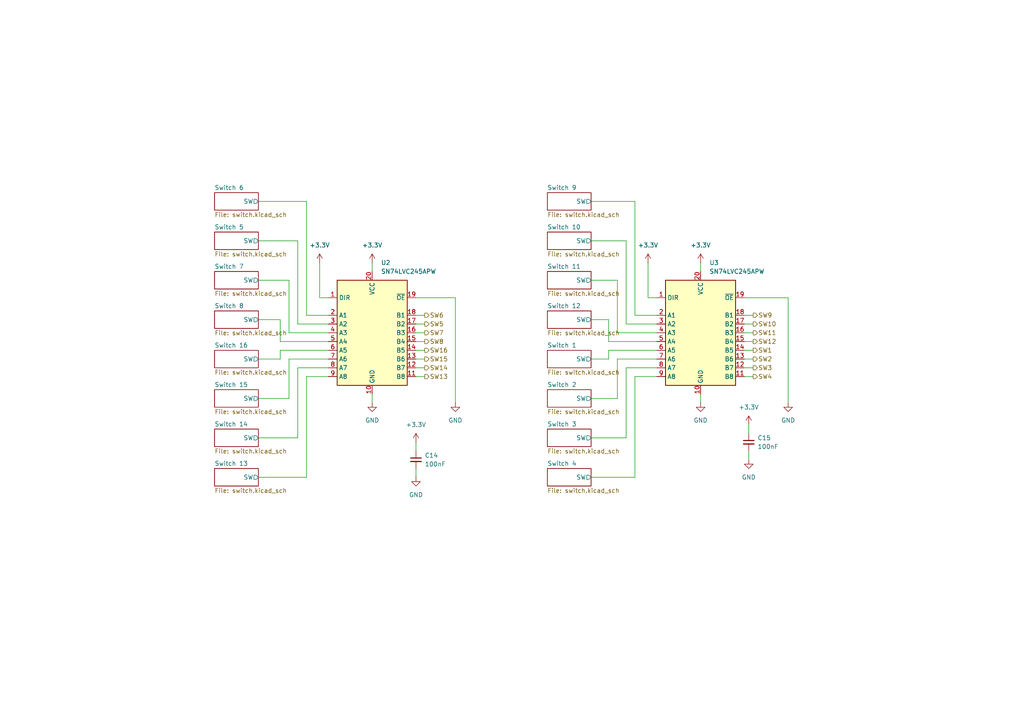
<source format=kicad_sch>
(kicad_sch (version 20250114) (generator "eeschema") (generator_version "9.0")
  (paper "A4")
  (lib_symbols
    (symbol "Device:C_Small" (pin_numbers (hide yes)) (pin_names (offset 0.254) (hide yes))
      (property "Reference" "C" (at 0.254 1.778 0))
      (property "Value" "C_Small" (at 0.254 -2.032 0))
      (symbol "C_Small_0_1"
        (polyline (pts (xy -1.524 0.508) (xy 1.524 0.508)) (stroke (width 0.3048)))
        (polyline (pts (xy -1.524 -0.508) (xy 1.524 -0.508)) (stroke (width 0.3302)))
      )
      (symbol "C_Small_1_1"
        (pin passive line (at 0 2.54 270) (length 2.032) (name "~") (number "1"))
        (pin passive line (at 0 -2.54 90) (length 2.032) (name "~") (number "2"))
      )
    )
    (symbol "Logic_LevelTranslator:SN74LVC245APW"
      (property "Reference" "U" (at -10.16 17.78 0))
      (property "Value" "SN74LVC245APW" (at 10.16 17.78 0))
      (symbol "SN74LVC245APW_0_1"
        (rectangle (start -10.16 15.24) (end 10.16 -15.24) (stroke (width 0.254)) (fill (type background)))
      )
      (symbol "SN74LVC245APW_1_1"
        (pin input line (at -12.7 10.16 0) (length 2.54) (name "DIR") (number "1"))
        (pin bidirectional line (at -12.7 5.08 0) (length 2.54) (name "A1") (number "2"))
        (pin bidirectional line (at -12.7 2.54 0) (length 2.54) (name "A2") (number "3"))
        (pin bidirectional line (at -12.7 0 0) (length 2.54) (name "A3") (number "4"))
        (pin bidirectional line (at -12.7 -2.54 0) (length 2.54) (name "A4") (number "5"))
        (pin bidirectional line (at -12.7 -5.08 0) (length 2.54) (name "A5") (number "6"))
        (pin bidirectional line (at -12.7 -7.62 0) (length 2.54) (name "A6") (number "7"))
        (pin bidirectional line (at -12.7 -10.16 0) (length 2.54) (name "A7") (number "8"))
        (pin bidirectional line (at -12.7 -12.7 0) (length 2.54) (name "A8") (number "9"))
        (pin power_in line (at 0 17.78 270) (length 2.54) (name "VCC") (number "20"))
        (pin power_in line (at 0 -17.78 90) (length 2.54) (name "GND") (number "10"))
        (pin input line (at 12.7 10.16 180) (length 2.54) (name "~{OE}") (number "19"))
        (pin bidirectional line (at 12.7 5.08 180) (length 2.54) (name "B1") (number "18"))
        (pin bidirectional line (at 12.7 2.54 180) (length 2.54) (name "B2") (number "17"))
        (pin bidirectional line (at 12.7 0 180) (length 2.54) (name "B3") (number "16"))
        (pin bidirectional line (at 12.7 -2.54 180) (length 2.54) (name "B4") (number "15"))
        (pin bidirectional line (at 12.7 -5.08 180) (length 2.54) (name "B5") (number "14"))
        (pin bidirectional line (at 12.7 -7.62 180) (length 2.54) (name "B6") (number "13"))
        (pin bidirectional line (at 12.7 -10.16 180) (length 2.54) (name "B7") (number "12"))
        (pin bidirectional line (at 12.7 -12.7 180) (length 2.54) (name "B8") (number "11"))
      )
    )
    (symbol "power:+3.3V" (power) (pin_numbers (hide yes)) (pin_names (offset 0) (hide yes))
      (property "Value" "+3.3V" (at 0 3.556 0))
      (symbol "+3.3V_0_1"
        (polyline (pts (xy -0.762 1.27) (xy 0 2.54)))
        (polyline (pts (xy 0 2.54) (xy 0.762 1.27)))
        (polyline (pts (xy 0 0) (xy 0 2.54)))
      )
      (symbol "+3.3V_1_1"
        (pin power_in line (at 0 0 90) (length 0) (name "~") (number "1"))
      )
    )
    (symbol "power:GND" (power) (pin_numbers (hide yes)) (pin_names (offset 0) (hide yes))
      (property "Value" "GND" (at 0 -3.81 0))
      (symbol "GND_0_1"
        (polyline (pts (xy 0 0) (xy 0 -1.27) (xy 1.27 -1.27) (xy 0 -2.54) (xy -1.27 -1.27) (xy 0 -1.27)))
      )
      (symbol "GND_1_1"
        (pin power_in line (at 0 0 270) (length 0) (name "~") (number "1"))
      )
    )
  )
  (wire (pts (xy 83.82 104.14) (xy 95.25 104.14)))
  (wire (pts (xy 171.45 92.71) (xy 176.53 92.71)))
  (wire (pts (xy 120.65 91.44) (xy 123.19 91.44)))
  (wire (pts (xy 86.36 127) (xy 86.36 106.68)))
  (wire (pts (xy 107.95 76.2) (xy 107.95 78.74)))
  (wire (pts (xy 88.9 138.43) (xy 88.9 109.22)))
  (wire (pts (xy 120.65 93.98) (xy 123.19 93.98)))
  (wire (pts (xy 120.65 101.6) (xy 123.19 101.6)))
  (wire (pts (xy 120.65 104.14) (xy 123.19 104.14)))
  (wire (pts (xy 74.93 92.71) (xy 81.28 92.71)))
  (wire (pts (xy 74.93 81.28) (xy 83.82 81.28)))
  (wire (pts (xy 215.9 106.68) (xy 218.44 106.68)))
  (wire (pts (xy 120.65 86.36) (xy 132.08 86.36)))
  (wire (pts (xy 120.65 128.27) (xy 120.65 130.81)))
  (wire (pts (xy 88.9 58.42) (xy 88.9 91.44)))
  (wire (pts (xy 171.45 81.28) (xy 179.07 81.28)))
  (wire (pts (xy 88.9 91.44) (xy 95.25 91.44)))
  (wire (pts (xy 179.07 115.57) (xy 179.07 104.14)))
  (wire (pts (xy 120.65 106.68) (xy 123.19 106.68)))
  (wire (pts (xy 181.61 127) (xy 181.61 106.68)))
  (wire (pts (xy 74.93 104.14) (xy 81.28 104.14)))
  (wire (pts (xy 120.65 99.06) (xy 123.19 99.06)))
  (wire (pts (xy 215.9 86.36) (xy 228.6 86.36)))
  (wire (pts (xy 203.2 114.3) (xy 203.2 116.84)))
  (wire (pts (xy 217.17 130.81) (xy 217.17 133.35)))
  (wire (pts (xy 81.28 99.06) (xy 95.25 99.06)))
  (wire (pts (xy 81.28 104.14) (xy 81.28 101.6)))
  (wire (pts (xy 86.36 106.68) (xy 95.25 106.68)))
  (wire (pts (xy 120.65 135.89) (xy 120.65 138.43)))
  (wire (pts (xy 107.95 114.3) (xy 107.95 116.84)))
  (wire (pts (xy 171.45 127) (xy 181.61 127)))
  (wire (pts (xy 83.82 96.52) (xy 95.25 96.52)))
  (wire (pts (xy 184.15 91.44) (xy 190.5 91.44)))
  (wire (pts (xy 92.71 86.36) (xy 95.25 86.36)))
  (wire (pts (xy 176.53 99.06) (xy 190.5 99.06)))
  (wire (pts (xy 215.9 96.52) (xy 218.44 96.52)))
  (wire (pts (xy 120.65 109.22) (xy 123.19 109.22)))
  (wire (pts (xy 179.07 96.52) (xy 190.5 96.52)))
  (wire (pts (xy 74.93 58.42) (xy 88.9 58.42)))
  (wire (pts (xy 184.15 109.22) (xy 190.5 109.22)))
  (wire (pts (xy 92.71 76.2) (xy 92.71 86.36)))
  (wire (pts (xy 171.45 69.85) (xy 181.61 69.85)))
  (wire (pts (xy 86.36 93.98) (xy 95.25 93.98)))
  (wire (pts (xy 171.45 115.57) (xy 179.07 115.57)))
  (wire (pts (xy 179.07 104.14) (xy 190.5 104.14)))
  (wire (pts (xy 215.9 109.22) (xy 218.44 109.22)))
  (wire (pts (xy 176.53 104.14) (xy 176.53 101.6)))
  (wire (pts (xy 215.9 93.98) (xy 218.44 93.98)))
  (wire (pts (xy 74.93 138.43) (xy 88.9 138.43)))
  (wire (pts (xy 203.2 76.2) (xy 203.2 78.74)))
  (wire (pts (xy 171.45 104.14) (xy 176.53 104.14)))
  (wire (pts (xy 88.9 109.22) (xy 95.25 109.22)))
  (wire (pts (xy 176.53 101.6) (xy 190.5 101.6)))
  (wire (pts (xy 176.53 92.71) (xy 176.53 99.06)))
  (wire (pts (xy 184.15 138.43) (xy 184.15 109.22)))
  (wire (pts (xy 184.15 58.42) (xy 184.15 91.44)))
  (wire (pts (xy 171.45 58.42) (xy 184.15 58.42)))
  (wire (pts (xy 81.28 92.71) (xy 81.28 99.06)))
  (wire (pts (xy 217.17 123.19) (xy 217.17 125.73)))
  (wire (pts (xy 81.28 101.6) (xy 95.25 101.6)))
  (wire (pts (xy 181.61 93.98) (xy 190.5 93.98)))
  (wire (pts (xy 179.07 81.28) (xy 179.07 96.52)))
  (wire (pts (xy 74.93 115.57) (xy 83.82 115.57)))
  (wire (pts (xy 215.9 101.6) (xy 218.44 101.6)))
  (wire (pts (xy 215.9 104.14) (xy 218.44 104.14)))
  (wire (pts (xy 74.93 69.85) (xy 86.36 69.85)))
  (wire (pts (xy 181.61 106.68) (xy 190.5 106.68)))
  (wire (pts (xy 187.96 86.36) (xy 190.5 86.36)))
  (wire (pts (xy 83.82 81.28) (xy 83.82 96.52)))
  (wire (pts (xy 171.45 138.43) (xy 184.15 138.43)))
  (wire (pts (xy 187.96 76.2) (xy 187.96 86.36)))
  (wire (pts (xy 74.93 127) (xy 86.36 127)))
  (wire (pts (xy 132.08 86.36) (xy 132.08 116.84)))
  (wire (pts (xy 215.9 99.06) (xy 218.44 99.06)))
  (wire (pts (xy 83.82 115.57) (xy 83.82 104.14)))
  (wire (pts (xy 228.6 86.36) (xy 228.6 116.84)))
  (wire (pts (xy 181.61 69.85) (xy 181.61 93.98)))
  (wire (pts (xy 120.65 96.52) (xy 123.19 96.52)))
  (wire (pts (xy 215.9 91.44) (xy 218.44 91.44)))
  (wire (pts (xy 86.36 69.85) (xy 86.36 93.98)))
  (hierarchical_label "SW3" (shape output) (at 218.44 106.68 0))
  (hierarchical_label "SW8" (shape output) (at 123.19 99.06 0))
  (hierarchical_label "SW5" (shape output) (at 123.19 93.98 0))
  (hierarchical_label "SW12" (shape output) (at 218.44 99.06 0))
  (hierarchical_label "SW16" (shape output) (at 123.19 101.6 0))
  (hierarchical_label "SW11" (shape output) (at 218.44 96.52 0))
  (hierarchical_label "SW2" (shape output) (at 218.44 104.14 0))
  (hierarchical_label "SW15" (shape output) (at 123.19 104.14 0))
  (hierarchical_label "SW1" (shape output) (at 218.44 101.6 0))
  (hierarchical_label "SW13" (shape output) (at 123.19 109.22 0))
  (hierarchical_label "SW4" (shape output) (at 218.44 109.22 0))
  (hierarchical_label "SW6" (shape output) (at 123.19 91.44 0))
  (hierarchical_label "SW9" (shape output) (at 218.44 91.44 0))
  (hierarchical_label "SW10" (shape output) (at 218.44 93.98 0))
  (hierarchical_label "SW7" (shape output) (at 123.19 96.52 0))
  (hierarchical_label "SW14" (shape output) (at 123.19 106.68 0))
  (symbol (lib_id "power:+3.3V") (at 92.71 76.2 0) (unit 1)
    (property "Reference" "#PWR021" (effects (hide yes)))
    (property "Value" "+3.3V" (at 92.71 71.12 0))
    (property "Description" "Power symbol creates a global label with name \"+3.3V\"" (effects (hide yes)))
  )
  (symbol (lib_id "power:+3.3V") (at 217.17 123.19 0) (unit 1)
    (property "Reference" "#PWR030" (effects (hide yes)))
    (property "Value" "+3.3V" (at 217.17 118.11 0))
    (property "Description" "Power symbol creates a global label with name \"+3.3V\"" (effects (hide yes)))
  )
  (symbol (lib_id "Device:C_Small") (at 120.65 133.35 0) (unit 1)
    (property "Reference" "C14" (at 123.19 132.0863 0) (effects (justify left)))
    (property "Value" "100nF" (at 123.19 134.6263 0) (effects (justify left)))
    (property "Footprint" "Capacitor_SMD:C_0603_1608Metric" (effects (hide yes)))
    (property "Description" "Unpolarized capacitor, small symbol" (effects (hide yes)))
  )
  (symbol (lib_id "power:+3.3V") (at 187.96 76.2 0) (unit 1)
    (property "Reference" "#PWR027" (effects (hide yes)))
    (property "Value" "+3.3V" (at 187.96 71.12 0))
    (property "Description" "Power symbol creates a global label with name \"+3.3V\"" (effects (hide yes)))
  )
  (symbol (lib_id "power:GND") (at 120.65 138.43 0) (unit 1)
    (property "Reference" "#PWR025" (effects (hide yes)))
    (property "Value" "GND" (at 120.65 143.51 0))
    (property "Description" "Power symbol creates a global label with name \"GND\" , ground" (effects (hide yes)))
  )
  (symbol (lib_id "Logic_LevelTranslator:SN74LVC245APW") (at 107.95 96.52 0) (unit 1)
    (property "Reference" "U2" (at 110.4918 76.2 0) (effects (justify left)))
    (property "Value" "SN74LVC245APW" (at 110.4918 78.74 0) (effects (justify left)))
    (property "Footprint" "Package_SO:TSSOP-20_4.4x6.5mm_P0.65mm" (effects (hide yes)))
    (property "Datasheet" "https://www.ti.com/lit/ds/scas218x/scas218x.pdf" (effects (hide yes)))
    (property "Description" "8-Bit Single-Supply Bus Transceiver With 5V tolerant input voltage and 3-State Outputs 24mA, TSSOP-20" (effects (hide yes)))
  )
  (symbol (lib_id "power:GND") (at 228.6 116.84 0) (unit 1)
    (property "Reference" "#PWR032" (effects (hide yes)))
    (property "Value" "GND" (at 228.6 121.92 0))
    (property "Description" "Power symbol creates a global label with name \"GND\" , ground" (effects (hide yes)))
  )
  (symbol (lib_id "Logic_LevelTranslator:SN74LVC245APW") (at 203.2 96.52 0) (unit 1)
    (property "Reference" "U3" (at 205.7418 76.2 0) (effects (justify left)))
    (property "Value" "SN74LVC245APW" (at 205.7418 78.74 0) (effects (justify left)))
    (property "Footprint" "Package_SO:TSSOP-20_4.4x6.5mm_P0.65mm" (effects (hide yes)))
    (property "Datasheet" "https://www.ti.com/lit/ds/scas218x/scas218x.pdf" (effects (hide yes)))
    (property "Description" "8-Bit Single-Supply Bus Transceiver With 5V tolerant input voltage and 3-State Outputs 24mA, TSSOP-20" (effects (hide yes)))
  )
  (symbol (lib_id "power:+3.3V") (at 203.2 76.2 0) (unit 1)
    (property "Reference" "#PWR028" (effects (hide yes)))
    (property "Value" "+3.3V" (at 203.2 71.12 0))
    (property "Description" "Power symbol creates a global label with name \"+3.3V\"" (effects (hide yes)))
  )
  (symbol (lib_id "power:GND") (at 107.95 116.84 0) (unit 1)
    (property "Reference" "#PWR023" (effects (hide yes)))
    (property "Value" "GND" (at 107.95 121.92 0))
    (property "Description" "Power symbol creates a global label with name \"GND\" , ground" (effects (hide yes)))
  )
  (symbol (lib_id "power:GND") (at 132.08 116.84 0) (unit 1)
    (property "Reference" "#PWR026" (effects (hide yes)))
    (property "Value" "GND" (at 132.08 121.92 0))
    (property "Description" "Power symbol creates a global label with name \"GND\" , ground" (effects (hide yes)))
  )
  (symbol (lib_id "power:GND") (at 217.17 133.35 0) (unit 1)
    (property "Reference" "#PWR031" (effects (hide yes)))
    (property "Value" "GND" (at 217.17 138.43 0))
    (property "Description" "Power symbol creates a global label with name \"GND\" , ground" (effects (hide yes)))
  )
  (symbol (lib_id "power:+3.3V") (at 107.95 76.2 0) (unit 1)
    (property "Reference" "#PWR022" (effects (hide yes)))
    (property "Value" "+3.3V" (at 107.95 71.12 0))
    (property "Description" "Power symbol creates a global label with name \"+3.3V\"" (effects (hide yes)))
  )
  (symbol (lib_id "Device:C_Small") (at 217.17 128.27 0) (unit 1)
    (property "Reference" "C15" (at 219.71 127.0063 0) (effects (justify left)))
    (property "Value" "100nF" (at 219.71 129.5463 0) (effects (justify left)))
    (property "Footprint" "Capacitor_SMD:C_0603_1608Metric" (effects (hide yes)))
    (property "Description" "Unpolarized capacitor, small symbol" (effects (hide yes)))
  )
  (symbol (lib_id "power:GND") (at 203.2 116.84 0) (unit 1)
    (property "Reference" "#PWR029" (effects (hide yes)))
    (property "Value" "GND" (at 203.2 121.92 0))
    (property "Description" "Power symbol creates a global label with name \"GND\" , ground" (effects (hide yes)))
  )
  (symbol (lib_id "power:+3.3V") (at 120.65 128.27 0) (unit 1)
    (property "Reference" "#PWR024" (effects (hide yes)))
    (property "Value" "+3.3V" (at 120.65 123.19 0))
    (property "Description" "Power symbol creates a global label with name \"+3.3V\"" (effects (hide yes)))
  )
  (sheet (at 62.23 135.89) (size 12.7 5.08) (stroke (width 0.1524))
    (property "Sheetname" "Switch 13" (at 62.23 135.1784 0) (effects (justify left bottom)))
    (property "Sheetfile" "switch.kicad_sch" (at 62.23 141.5546 0) (effects (justify left top)))
    (pin "SW" output (at 74.93 138.43 0))
  )
  (sheet (at 158.75 124.46) (size 12.7 5.08) (stroke (width 0.1524))
    (property "Sheetname" "Switch 3" (at 158.75 123.7484 0) (effects (justify left bottom)))
    (property "Sheetfile" "switch.kicad_sch" (at 158.75 130.1246 0) (effects (justify left top)))
    (pin "SW" output (at 171.45 127 0))
  )
  (sheet (at 62.23 101.6) (size 12.7 5.08) (stroke (width 0.1524))
    (property "Sheetname" "Switch 16" (at 62.23 100.8884 0) (effects (justify left bottom)))
    (property "Sheetfile" "switch.kicad_sch" (at 62.23 107.2646 0) (effects (justify left top)))
    (pin "SW" output (at 74.93 104.14 0))
  )
  (sheet (at 158.75 135.89) (size 12.7 5.08) (stroke (width 0.1524))
    (property "Sheetname" "Switch 4" (at 158.75 135.1784 0) (effects (justify left bottom)))
    (property "Sheetfile" "switch.kicad_sch" (at 158.75 141.5546 0) (effects (justify left top)))
    (pin "SW" output (at 171.45 138.43 0))
  )
  (sheet (at 62.23 55.88) (size 12.7 5.08) (stroke (width 0.1524))
    (property "Sheetname" "Switch 6" (at 62.23 55.1684 0) (effects (justify left bottom)))
    (property "Sheetfile" "switch.kicad_sch" (at 62.23 61.5446 0) (effects (justify left top)))
    (pin "SW" output (at 74.93 58.42 0))
  )
  (sheet (at 158.75 67.31) (size 12.7 5.08) (stroke (width 0.1524))
    (property "Sheetname" "Switch 10" (at 158.75 66.5984 0) (effects (justify left bottom)))
    (property "Sheetfile" "switch.kicad_sch" (at 158.75 72.9746 0) (effects (justify left top)))
    (pin "SW" output (at 171.45 69.85 0))
  )
  (sheet (at 62.23 124.46) (size 12.7 5.08) (stroke (width 0.1524))
    (property "Sheetname" "Switch 14" (at 62.23 123.7484 0) (effects (justify left bottom)))
    (property "Sheetfile" "switch.kicad_sch" (at 62.23 130.1246 0) (effects (justify left top)))
    (pin "SW" output (at 74.93 127 0))
  )
  (sheet (at 62.23 67.31) (size 12.7 5.08) (stroke (width 0.1524))
    (property "Sheetname" "Switch 5" (at 62.23 66.5984 0) (effects (justify left bottom)))
    (property "Sheetfile" "switch.kicad_sch" (at 62.23 72.9746 0) (effects (justify left top)))
    (pin "SW" output (at 74.93 69.85 0))
  )
  (sheet (at 158.75 101.6) (size 12.7 5.08) (stroke (width 0.1524))
    (property "Sheetname" "Switch 1" (at 158.75 100.8884 0) (effects (justify left bottom)))
    (property "Sheetfile" "switch.kicad_sch" (at 158.75 107.2646 0) (effects (justify left top)))
    (pin "SW" output (at 171.45 104.14 0))
  )
  (sheet (at 158.75 78.74) (size 12.7 5.08) (stroke (width 0.1524))
    (property "Sheetname" "Switch 11" (at 158.75 78.0284 0) (effects (justify left bottom)))
    (property "Sheetfile" "switch.kicad_sch" (at 158.75 84.4046 0) (effects (justify left top)))
    (pin "SW" output (at 171.45 81.28 0))
  )
  (sheet (at 62.23 90.17) (size 12.7 5.08) (stroke (width 0.1524))
    (property "Sheetname" "Switch 8" (at 62.23 89.4584 0) (effects (justify left bottom)))
    (property "Sheetfile" "switch.kicad_sch" (at 62.23 95.8346 0) (effects (justify left top)))
    (pin "SW" output (at 74.93 92.71 0))
  )
  (sheet (at 158.75 55.88) (size 12.7 5.08) (stroke (width 0.1524))
    (property "Sheetname" "Switch 9" (at 158.75 55.1684 0) (effects (justify left bottom)))
    (property "Sheetfile" "switch.kicad_sch" (at 158.75 61.5446 0) (effects (justify left top)))
    (pin "SW" output (at 171.45 58.42 0))
  )
  (sheet (at 62.23 78.74) (size 12.7 5.08) (stroke (width 0.1524))
    (property "Sheetname" "Switch 7" (at 62.23 78.0284 0) (effects (justify left bottom)))
    (property "Sheetfile" "switch.kicad_sch" (at 62.23 84.4046 0) (effects (justify left top)))
    (pin "SW" output (at 74.93 81.28 0))
  )
  (sheet (at 158.75 90.17) (size 12.7 5.08) (stroke (width 0.1524))
    (property "Sheetname" "Switch 12" (at 158.75 89.4584 0) (effects (justify left bottom)))
    (property "Sheetfile" "switch.kicad_sch" (at 158.75 95.8346 0) (effects (justify left top)))
    (pin "SW" output (at 171.45 92.71 0))
  )
  (sheet (at 158.75 113.03) (size 12.7 5.08) (stroke (width 0.1524))
    (property "Sheetname" "Switch 2" (at 158.75 112.3184 0) (effects (justify left bottom)))
    (property "Sheetfile" "switch.kicad_sch" (at 158.75 118.6946 0) (effects (justify left top)))
    (pin "SW" output (at 171.45 115.57 0))
  )
  (sheet (at 62.23 113.03) (size 12.7 5.08) (stroke (width 0.1524))
    (property "Sheetname" "Switch 15" (at 62.23 112.3184 0) (effects (justify left bottom)))
    (property "Sheetfile" "switch.kicad_sch" (at 62.23 118.6946 0) (effects (justify left top)))
    (pin "SW" output (at 74.93 115.57 0))
  )
)
</source>
